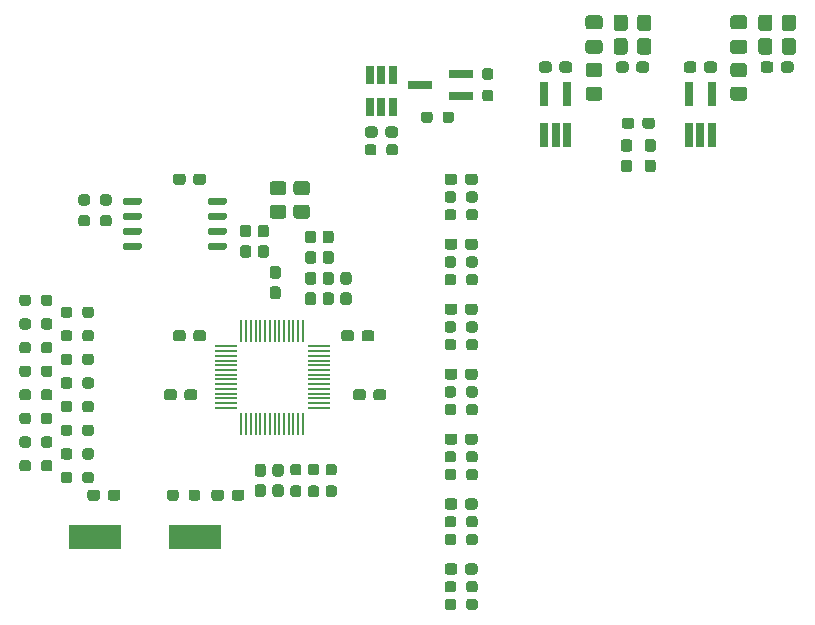
<source format=gbr>
%TF.GenerationSoftware,KiCad,Pcbnew,(5.1.9)-1*%
%TF.CreationDate,2021-08-09T23:15:38-02:30*%
%TF.ProjectId,Electris,456c6563-7472-4697-932e-6b696361645f,A*%
%TF.SameCoordinates,Original*%
%TF.FileFunction,Paste,Top*%
%TF.FilePolarity,Positive*%
%FSLAX46Y46*%
G04 Gerber Fmt 4.6, Leading zero omitted, Abs format (unit mm)*
G04 Created by KiCad (PCBNEW (5.1.9)-1) date 2021-08-09 23:15:38*
%MOMM*%
%LPD*%
G01*
G04 APERTURE LIST*
%ADD10R,0.650000X2.000000*%
%ADD11R,4.500000X2.000000*%
%ADD12R,1.875000X0.200000*%
%ADD13R,0.200000X1.875000*%
%ADD14R,2.000000X0.650000*%
%ADD15R,0.650000X1.560000*%
G04 APERTURE END LIST*
%TO.C,C1*%
G36*
G01*
X189737500Y-66150000D02*
X189262500Y-66150000D01*
G75*
G02*
X189025000Y-65912500I0J237500D01*
G01*
X189025000Y-65312500D01*
G75*
G02*
X189262500Y-65075000I237500J0D01*
G01*
X189737500Y-65075000D01*
G75*
G02*
X189975000Y-65312500I0J-237500D01*
G01*
X189975000Y-65912500D01*
G75*
G02*
X189737500Y-66150000I-237500J0D01*
G01*
G37*
G36*
G01*
X189737500Y-64425000D02*
X189262500Y-64425000D01*
G75*
G02*
X189025000Y-64187500I0J237500D01*
G01*
X189025000Y-63587500D01*
G75*
G02*
X189262500Y-63350000I237500J0D01*
G01*
X189737500Y-63350000D01*
G75*
G02*
X189975000Y-63587500I0J-237500D01*
G01*
X189975000Y-64187500D01*
G75*
G02*
X189737500Y-64425000I-237500J0D01*
G01*
G37*
%TD*%
%TO.C,C2*%
G36*
G01*
X181100000Y-85987500D02*
X181100000Y-85512500D01*
G75*
G02*
X181337500Y-85275000I237500J0D01*
G01*
X181937500Y-85275000D01*
G75*
G02*
X182175000Y-85512500I0J-237500D01*
G01*
X182175000Y-85987500D01*
G75*
G02*
X181937500Y-86225000I-237500J0D01*
G01*
X181337500Y-86225000D01*
G75*
G02*
X181100000Y-85987500I0J237500D01*
G01*
G37*
G36*
G01*
X182825000Y-85987500D02*
X182825000Y-85512500D01*
G75*
G02*
X183062500Y-85275000I237500J0D01*
G01*
X183662500Y-85275000D01*
G75*
G02*
X183900000Y-85512500I0J-237500D01*
G01*
X183900000Y-85987500D01*
G75*
G02*
X183662500Y-86225000I-237500J0D01*
G01*
X183062500Y-86225000D01*
G75*
G02*
X182825000Y-85987500I0J237500D01*
G01*
G37*
%TD*%
%TO.C,C3*%
G36*
G01*
X184237500Y-65650000D02*
X183762500Y-65650000D01*
G75*
G02*
X183525000Y-65412500I0J237500D01*
G01*
X183525000Y-64812500D01*
G75*
G02*
X183762500Y-64575000I237500J0D01*
G01*
X184237500Y-64575000D01*
G75*
G02*
X184475000Y-64812500I0J-237500D01*
G01*
X184475000Y-65412500D01*
G75*
G02*
X184237500Y-65650000I-237500J0D01*
G01*
G37*
G36*
G01*
X184237500Y-63925000D02*
X183762500Y-63925000D01*
G75*
G02*
X183525000Y-63687500I0J237500D01*
G01*
X183525000Y-63087500D01*
G75*
G02*
X183762500Y-62850000I237500J0D01*
G01*
X184237500Y-62850000D01*
G75*
G02*
X184475000Y-63087500I0J-237500D01*
G01*
X184475000Y-63687500D01*
G75*
G02*
X184237500Y-63925000I-237500J0D01*
G01*
G37*
%TD*%
%TO.C,C4*%
G36*
G01*
X170600000Y-85987500D02*
X170600000Y-85512500D01*
G75*
G02*
X170837500Y-85275000I237500J0D01*
G01*
X171437500Y-85275000D01*
G75*
G02*
X171675000Y-85512500I0J-237500D01*
G01*
X171675000Y-85987500D01*
G75*
G02*
X171437500Y-86225000I-237500J0D01*
G01*
X170837500Y-86225000D01*
G75*
G02*
X170600000Y-85987500I0J237500D01*
G01*
G37*
G36*
G01*
X172325000Y-85987500D02*
X172325000Y-85512500D01*
G75*
G02*
X172562500Y-85275000I237500J0D01*
G01*
X173162500Y-85275000D01*
G75*
G02*
X173400000Y-85512500I0J-237500D01*
G01*
X173400000Y-85987500D01*
G75*
G02*
X173162500Y-86225000I-237500J0D01*
G01*
X172562500Y-86225000D01*
G75*
G02*
X172325000Y-85987500I0J237500D01*
G01*
G37*
%TD*%
%TO.C,C5*%
G36*
G01*
X186512500Y-84825000D02*
X186987500Y-84825000D01*
G75*
G02*
X187225000Y-85062500I0J-237500D01*
G01*
X187225000Y-85662500D01*
G75*
G02*
X186987500Y-85900000I-237500J0D01*
G01*
X186512500Y-85900000D01*
G75*
G02*
X186275000Y-85662500I0J237500D01*
G01*
X186275000Y-85062500D01*
G75*
G02*
X186512500Y-84825000I237500J0D01*
G01*
G37*
G36*
G01*
X186512500Y-83100000D02*
X186987500Y-83100000D01*
G75*
G02*
X187225000Y-83337500I0J-237500D01*
G01*
X187225000Y-83937500D01*
G75*
G02*
X186987500Y-84175000I-237500J0D01*
G01*
X186512500Y-84175000D01*
G75*
G02*
X186275000Y-83937500I0J237500D01*
G01*
X186275000Y-83337500D01*
G75*
G02*
X186512500Y-83100000I237500J0D01*
G01*
G37*
%TD*%
%TO.C,C7*%
G36*
G01*
X191237500Y-64425000D02*
X190762500Y-64425000D01*
G75*
G02*
X190525000Y-64187500I0J237500D01*
G01*
X190525000Y-63587500D01*
G75*
G02*
X190762500Y-63350000I237500J0D01*
G01*
X191237500Y-63350000D01*
G75*
G02*
X191475000Y-63587500I0J-237500D01*
G01*
X191475000Y-64187500D01*
G75*
G02*
X191237500Y-64425000I-237500J0D01*
G01*
G37*
G36*
G01*
X191237500Y-66150000D02*
X190762500Y-66150000D01*
G75*
G02*
X190525000Y-65912500I0J237500D01*
G01*
X190525000Y-65312500D01*
G75*
G02*
X190762500Y-65075000I237500J0D01*
G01*
X191237500Y-65075000D01*
G75*
G02*
X191475000Y-65312500I0J-237500D01*
G01*
X191475000Y-65912500D01*
G75*
G02*
X191237500Y-66150000I-237500J0D01*
G01*
G37*
%TD*%
%TO.C,C8*%
G36*
G01*
X194825000Y-77487500D02*
X194825000Y-77012500D01*
G75*
G02*
X195062500Y-76775000I237500J0D01*
G01*
X195662500Y-76775000D01*
G75*
G02*
X195900000Y-77012500I0J-237500D01*
G01*
X195900000Y-77487500D01*
G75*
G02*
X195662500Y-77725000I-237500J0D01*
G01*
X195062500Y-77725000D01*
G75*
G02*
X194825000Y-77487500I0J237500D01*
G01*
G37*
G36*
G01*
X193100000Y-77487500D02*
X193100000Y-77012500D01*
G75*
G02*
X193337500Y-76775000I237500J0D01*
G01*
X193937500Y-76775000D01*
G75*
G02*
X194175000Y-77012500I0J-237500D01*
G01*
X194175000Y-77487500D01*
G75*
G02*
X193937500Y-77725000I-237500J0D01*
G01*
X193337500Y-77725000D01*
G75*
G02*
X193100000Y-77487500I0J237500D01*
G01*
G37*
%TD*%
%TO.C,C10*%
G36*
G01*
X192100000Y-72487500D02*
X192100000Y-72012500D01*
G75*
G02*
X192337500Y-71775000I237500J0D01*
G01*
X192937500Y-71775000D01*
G75*
G02*
X193175000Y-72012500I0J-237500D01*
G01*
X193175000Y-72487500D01*
G75*
G02*
X192937500Y-72725000I-237500J0D01*
G01*
X192337500Y-72725000D01*
G75*
G02*
X192100000Y-72487500I0J237500D01*
G01*
G37*
G36*
G01*
X193825000Y-72487500D02*
X193825000Y-72012500D01*
G75*
G02*
X194062500Y-71775000I237500J0D01*
G01*
X194662500Y-71775000D01*
G75*
G02*
X194900000Y-72012500I0J-237500D01*
G01*
X194900000Y-72487500D01*
G75*
G02*
X194662500Y-72725000I-237500J0D01*
G01*
X194062500Y-72725000D01*
G75*
G02*
X193825000Y-72487500I0J237500D01*
G01*
G37*
%TD*%
%TO.C,C11*%
G36*
G01*
X218012500Y-57325000D02*
X218487500Y-57325000D01*
G75*
G02*
X218725000Y-57562500I0J-237500D01*
G01*
X218725000Y-58162500D01*
G75*
G02*
X218487500Y-58400000I-237500J0D01*
G01*
X218012500Y-58400000D01*
G75*
G02*
X217775000Y-58162500I0J237500D01*
G01*
X217775000Y-57562500D01*
G75*
G02*
X218012500Y-57325000I237500J0D01*
G01*
G37*
G36*
G01*
X218012500Y-55600000D02*
X218487500Y-55600000D01*
G75*
G02*
X218725000Y-55837500I0J-237500D01*
G01*
X218725000Y-56437500D01*
G75*
G02*
X218487500Y-56675000I-237500J0D01*
G01*
X218012500Y-56675000D01*
G75*
G02*
X217775000Y-56437500I0J237500D01*
G01*
X217775000Y-55837500D01*
G75*
G02*
X218012500Y-55600000I237500J0D01*
G01*
G37*
%TD*%
%TO.C,C12*%
G36*
G01*
X185737500Y-63925000D02*
X185262500Y-63925000D01*
G75*
G02*
X185025000Y-63687500I0J237500D01*
G01*
X185025000Y-63087500D01*
G75*
G02*
X185262500Y-62850000I237500J0D01*
G01*
X185737500Y-62850000D01*
G75*
G02*
X185975000Y-63087500I0J-237500D01*
G01*
X185975000Y-63687500D01*
G75*
G02*
X185737500Y-63925000I-237500J0D01*
G01*
G37*
G36*
G01*
X185737500Y-65650000D02*
X185262500Y-65650000D01*
G75*
G02*
X185025000Y-65412500I0J237500D01*
G01*
X185025000Y-64812500D01*
G75*
G02*
X185262500Y-64575000I237500J0D01*
G01*
X185737500Y-64575000D01*
G75*
G02*
X185975000Y-64812500I0J-237500D01*
G01*
X185975000Y-65412500D01*
G75*
G02*
X185737500Y-65650000I-237500J0D01*
G01*
G37*
%TD*%
%TO.C,C13*%
G36*
G01*
X216012500Y-55600000D02*
X216487500Y-55600000D01*
G75*
G02*
X216725000Y-55837500I0J-237500D01*
G01*
X216725000Y-56437500D01*
G75*
G02*
X216487500Y-56675000I-237500J0D01*
G01*
X216012500Y-56675000D01*
G75*
G02*
X215775000Y-56437500I0J237500D01*
G01*
X215775000Y-55837500D01*
G75*
G02*
X216012500Y-55600000I237500J0D01*
G01*
G37*
G36*
G01*
X216012500Y-57325000D02*
X216487500Y-57325000D01*
G75*
G02*
X216725000Y-57562500I0J-237500D01*
G01*
X216725000Y-58162500D01*
G75*
G02*
X216487500Y-58400000I-237500J0D01*
G01*
X216012500Y-58400000D01*
G75*
G02*
X215775000Y-58162500I0J237500D01*
G01*
X215775000Y-57562500D01*
G75*
G02*
X216012500Y-57325000I237500J0D01*
G01*
G37*
%TD*%
%TO.C,C14*%
G36*
G01*
X186737500Y-69150000D02*
X186262500Y-69150000D01*
G75*
G02*
X186025000Y-68912500I0J237500D01*
G01*
X186025000Y-68312500D01*
G75*
G02*
X186262500Y-68075000I237500J0D01*
G01*
X186737500Y-68075000D01*
G75*
G02*
X186975000Y-68312500I0J-237500D01*
G01*
X186975000Y-68912500D01*
G75*
G02*
X186737500Y-69150000I-237500J0D01*
G01*
G37*
G36*
G01*
X186737500Y-67425000D02*
X186262500Y-67425000D01*
G75*
G02*
X186025000Y-67187500I0J237500D01*
G01*
X186025000Y-66587500D01*
G75*
G02*
X186262500Y-66350000I237500J0D01*
G01*
X186737500Y-66350000D01*
G75*
G02*
X186975000Y-66587500I0J-237500D01*
G01*
X186975000Y-67187500D01*
G75*
G02*
X186737500Y-67425000I-237500J0D01*
G01*
G37*
%TD*%
%TO.C,C15*%
G36*
G01*
X189737500Y-67925000D02*
X189262500Y-67925000D01*
G75*
G02*
X189025000Y-67687500I0J237500D01*
G01*
X189025000Y-67087500D01*
G75*
G02*
X189262500Y-66850000I237500J0D01*
G01*
X189737500Y-66850000D01*
G75*
G02*
X189975000Y-67087500I0J-237500D01*
G01*
X189975000Y-67687500D01*
G75*
G02*
X189737500Y-67925000I-237500J0D01*
G01*
G37*
G36*
G01*
X189737500Y-69650000D02*
X189262500Y-69650000D01*
G75*
G02*
X189025000Y-69412500I0J237500D01*
G01*
X189025000Y-68812500D01*
G75*
G02*
X189262500Y-68575000I237500J0D01*
G01*
X189737500Y-68575000D01*
G75*
G02*
X189975000Y-68812500I0J-237500D01*
G01*
X189975000Y-69412500D01*
G75*
G02*
X189737500Y-69650000I-237500J0D01*
G01*
G37*
%TD*%
%TO.C,C16*%
G36*
G01*
X191237500Y-69650000D02*
X190762500Y-69650000D01*
G75*
G02*
X190525000Y-69412500I0J237500D01*
G01*
X190525000Y-68812500D01*
G75*
G02*
X190762500Y-68575000I237500J0D01*
G01*
X191237500Y-68575000D01*
G75*
G02*
X191475000Y-68812500I0J-237500D01*
G01*
X191475000Y-69412500D01*
G75*
G02*
X191237500Y-69650000I-237500J0D01*
G01*
G37*
G36*
G01*
X191237500Y-67925000D02*
X190762500Y-67925000D01*
G75*
G02*
X190525000Y-67687500I0J237500D01*
G01*
X190525000Y-67087500D01*
G75*
G02*
X190762500Y-66850000I237500J0D01*
G01*
X191237500Y-66850000D01*
G75*
G02*
X191475000Y-67087500I0J-237500D01*
G01*
X191475000Y-67687500D01*
G75*
G02*
X191237500Y-67925000I-237500J0D01*
G01*
G37*
%TD*%
%TO.C,C17*%
G36*
G01*
X185012500Y-84825000D02*
X185487500Y-84825000D01*
G75*
G02*
X185725000Y-85062500I0J-237500D01*
G01*
X185725000Y-85662500D01*
G75*
G02*
X185487500Y-85900000I-237500J0D01*
G01*
X185012500Y-85900000D01*
G75*
G02*
X184775000Y-85662500I0J237500D01*
G01*
X184775000Y-85062500D01*
G75*
G02*
X185012500Y-84825000I237500J0D01*
G01*
G37*
G36*
G01*
X185012500Y-83100000D02*
X185487500Y-83100000D01*
G75*
G02*
X185725000Y-83337500I0J-237500D01*
G01*
X185725000Y-83937500D01*
G75*
G02*
X185487500Y-84175000I-237500J0D01*
G01*
X185012500Y-84175000D01*
G75*
G02*
X184775000Y-83937500I0J237500D01*
G01*
X184775000Y-83337500D01*
G75*
G02*
X185012500Y-83100000I237500J0D01*
G01*
G37*
%TD*%
%TO.C,C18*%
G36*
G01*
X210575000Y-49737500D02*
X210575000Y-49262500D01*
G75*
G02*
X210812500Y-49025000I237500J0D01*
G01*
X211412500Y-49025000D01*
G75*
G02*
X211650000Y-49262500I0J-237500D01*
G01*
X211650000Y-49737500D01*
G75*
G02*
X211412500Y-49975000I-237500J0D01*
G01*
X210812500Y-49975000D01*
G75*
G02*
X210575000Y-49737500I0J237500D01*
G01*
G37*
G36*
G01*
X208850000Y-49737500D02*
X208850000Y-49262500D01*
G75*
G02*
X209087500Y-49025000I237500J0D01*
G01*
X209687500Y-49025000D01*
G75*
G02*
X209925000Y-49262500I0J-237500D01*
G01*
X209925000Y-49737500D01*
G75*
G02*
X209687500Y-49975000I-237500J0D01*
G01*
X209087500Y-49975000D01*
G75*
G02*
X208850000Y-49737500I0J237500D01*
G01*
G37*
%TD*%
%TO.C,C19*%
G36*
G01*
X179900000Y-77012500D02*
X179900000Y-77487500D01*
G75*
G02*
X179662500Y-77725000I-237500J0D01*
G01*
X179062500Y-77725000D01*
G75*
G02*
X178825000Y-77487500I0J237500D01*
G01*
X178825000Y-77012500D01*
G75*
G02*
X179062500Y-76775000I237500J0D01*
G01*
X179662500Y-76775000D01*
G75*
G02*
X179900000Y-77012500I0J-237500D01*
G01*
G37*
G36*
G01*
X178175000Y-77012500D02*
X178175000Y-77487500D01*
G75*
G02*
X177937500Y-77725000I-237500J0D01*
G01*
X177337500Y-77725000D01*
G75*
G02*
X177100000Y-77487500I0J237500D01*
G01*
X177100000Y-77012500D01*
G75*
G02*
X177337500Y-76775000I237500J0D01*
G01*
X177937500Y-76775000D01*
G75*
G02*
X178175000Y-77012500I0J-237500D01*
G01*
G37*
%TD*%
%TO.C,C20*%
G36*
G01*
X221100000Y-49737500D02*
X221100000Y-49262500D01*
G75*
G02*
X221337500Y-49025000I237500J0D01*
G01*
X221937500Y-49025000D01*
G75*
G02*
X222175000Y-49262500I0J-237500D01*
G01*
X222175000Y-49737500D01*
G75*
G02*
X221937500Y-49975000I-237500J0D01*
G01*
X221337500Y-49975000D01*
G75*
G02*
X221100000Y-49737500I0J237500D01*
G01*
G37*
G36*
G01*
X222825000Y-49737500D02*
X222825000Y-49262500D01*
G75*
G02*
X223062500Y-49025000I237500J0D01*
G01*
X223662500Y-49025000D01*
G75*
G02*
X223900000Y-49262500I0J-237500D01*
G01*
X223900000Y-49737500D01*
G75*
G02*
X223662500Y-49975000I-237500J0D01*
G01*
X223062500Y-49975000D01*
G75*
G02*
X222825000Y-49737500I0J237500D01*
G01*
G37*
%TD*%
%TO.C,C21*%
G36*
G01*
X178925000Y-72012500D02*
X178925000Y-72487500D01*
G75*
G02*
X178687500Y-72725000I-237500J0D01*
G01*
X178087500Y-72725000D01*
G75*
G02*
X177850000Y-72487500I0J237500D01*
G01*
X177850000Y-72012500D01*
G75*
G02*
X178087500Y-71775000I237500J0D01*
G01*
X178687500Y-71775000D01*
G75*
G02*
X178925000Y-72012500I0J-237500D01*
G01*
G37*
G36*
G01*
X180650000Y-72012500D02*
X180650000Y-72487500D01*
G75*
G02*
X180412500Y-72725000I-237500J0D01*
G01*
X179812500Y-72725000D01*
G75*
G02*
X179575000Y-72487500I0J237500D01*
G01*
X179575000Y-72012500D01*
G75*
G02*
X179812500Y-71775000I237500J0D01*
G01*
X180412500Y-71775000D01*
G75*
G02*
X180650000Y-72012500I0J-237500D01*
G01*
G37*
%TD*%
%TO.C,C22*%
G36*
G01*
X215350000Y-49737500D02*
X215350000Y-49262500D01*
G75*
G02*
X215587500Y-49025000I237500J0D01*
G01*
X216187500Y-49025000D01*
G75*
G02*
X216425000Y-49262500I0J-237500D01*
G01*
X216425000Y-49737500D01*
G75*
G02*
X216187500Y-49975000I-237500J0D01*
G01*
X215587500Y-49975000D01*
G75*
G02*
X215350000Y-49737500I0J237500D01*
G01*
G37*
G36*
G01*
X217075000Y-49737500D02*
X217075000Y-49262500D01*
G75*
G02*
X217312500Y-49025000I237500J0D01*
G01*
X217912500Y-49025000D01*
G75*
G02*
X218150000Y-49262500I0J-237500D01*
G01*
X218150000Y-49737500D01*
G75*
G02*
X217912500Y-49975000I-237500J0D01*
G01*
X217312500Y-49975000D01*
G75*
G02*
X217075000Y-49737500I0J237500D01*
G01*
G37*
%TD*%
%TO.C,C23*%
G36*
G01*
X229325000Y-49737500D02*
X229325000Y-49262500D01*
G75*
G02*
X229562500Y-49025000I237500J0D01*
G01*
X230162500Y-49025000D01*
G75*
G02*
X230400000Y-49262500I0J-237500D01*
G01*
X230400000Y-49737500D01*
G75*
G02*
X230162500Y-49975000I-237500J0D01*
G01*
X229562500Y-49975000D01*
G75*
G02*
X229325000Y-49737500I0J237500D01*
G01*
G37*
G36*
G01*
X227600000Y-49737500D02*
X227600000Y-49262500D01*
G75*
G02*
X227837500Y-49025000I237500J0D01*
G01*
X228437500Y-49025000D01*
G75*
G02*
X228675000Y-49262500I0J-237500D01*
G01*
X228675000Y-49737500D01*
G75*
G02*
X228437500Y-49975000I-237500J0D01*
G01*
X227837500Y-49975000D01*
G75*
G02*
X227600000Y-49737500I0J237500D01*
G01*
G37*
%TD*%
%TO.C,C24*%
G36*
G01*
X192737500Y-69650000D02*
X192262500Y-69650000D01*
G75*
G02*
X192025000Y-69412500I0J237500D01*
G01*
X192025000Y-68812500D01*
G75*
G02*
X192262500Y-68575000I237500J0D01*
G01*
X192737500Y-68575000D01*
G75*
G02*
X192975000Y-68812500I0J-237500D01*
G01*
X192975000Y-69412500D01*
G75*
G02*
X192737500Y-69650000I-237500J0D01*
G01*
G37*
G36*
G01*
X192737500Y-67925000D02*
X192262500Y-67925000D01*
G75*
G02*
X192025000Y-67687500I0J237500D01*
G01*
X192025000Y-67087500D01*
G75*
G02*
X192262500Y-66850000I237500J0D01*
G01*
X192737500Y-66850000D01*
G75*
G02*
X192975000Y-67087500I0J-237500D01*
G01*
X192975000Y-67687500D01*
G75*
G02*
X192737500Y-67925000I-237500J0D01*
G01*
G37*
%TD*%
%TO.C,C25*%
G36*
G01*
X213025000Y-45125000D02*
X213975000Y-45125000D01*
G75*
G02*
X214225000Y-45375000I0J-250000D01*
G01*
X214225000Y-46050000D01*
G75*
G02*
X213975000Y-46300000I-250000J0D01*
G01*
X213025000Y-46300000D01*
G75*
G02*
X212775000Y-46050000I0J250000D01*
G01*
X212775000Y-45375000D01*
G75*
G02*
X213025000Y-45125000I250000J0D01*
G01*
G37*
G36*
G01*
X213025000Y-47200000D02*
X213975000Y-47200000D01*
G75*
G02*
X214225000Y-47450000I0J-250000D01*
G01*
X214225000Y-48125000D01*
G75*
G02*
X213975000Y-48375000I-250000J0D01*
G01*
X213025000Y-48375000D01*
G75*
G02*
X212775000Y-48125000I0J250000D01*
G01*
X212775000Y-47450000D01*
G75*
G02*
X213025000Y-47200000I250000J0D01*
G01*
G37*
%TD*%
%TO.C,C26*%
G36*
G01*
X225275000Y-47200000D02*
X226225000Y-47200000D01*
G75*
G02*
X226475000Y-47450000I0J-250000D01*
G01*
X226475000Y-48125000D01*
G75*
G02*
X226225000Y-48375000I-250000J0D01*
G01*
X225275000Y-48375000D01*
G75*
G02*
X225025000Y-48125000I0J250000D01*
G01*
X225025000Y-47450000D01*
G75*
G02*
X225275000Y-47200000I250000J0D01*
G01*
G37*
G36*
G01*
X225275000Y-45125000D02*
X226225000Y-45125000D01*
G75*
G02*
X226475000Y-45375000I0J-250000D01*
G01*
X226475000Y-46050000D01*
G75*
G02*
X226225000Y-46300000I-250000J0D01*
G01*
X225275000Y-46300000D01*
G75*
G02*
X225025000Y-46050000I0J250000D01*
G01*
X225025000Y-45375000D01*
G75*
G02*
X225275000Y-45125000I250000J0D01*
G01*
G37*
%TD*%
%TO.C,C27*%
G36*
G01*
X178925000Y-58762500D02*
X178925000Y-59237500D01*
G75*
G02*
X178687500Y-59475000I-237500J0D01*
G01*
X178087500Y-59475000D01*
G75*
G02*
X177850000Y-59237500I0J237500D01*
G01*
X177850000Y-58762500D01*
G75*
G02*
X178087500Y-58525000I237500J0D01*
G01*
X178687500Y-58525000D01*
G75*
G02*
X178925000Y-58762500I0J-237500D01*
G01*
G37*
G36*
G01*
X180650000Y-58762500D02*
X180650000Y-59237500D01*
G75*
G02*
X180412500Y-59475000I-237500J0D01*
G01*
X179812500Y-59475000D01*
G75*
G02*
X179575000Y-59237500I0J237500D01*
G01*
X179575000Y-58762500D01*
G75*
G02*
X179812500Y-58525000I237500J0D01*
G01*
X180412500Y-58525000D01*
G75*
G02*
X180650000Y-58762500I0J-237500D01*
G01*
G37*
%TD*%
%TO.C,C28*%
G36*
G01*
X201925000Y-91762500D02*
X201925000Y-92237500D01*
G75*
G02*
X201687500Y-92475000I-237500J0D01*
G01*
X201087500Y-92475000D01*
G75*
G02*
X200850000Y-92237500I0J237500D01*
G01*
X200850000Y-91762500D01*
G75*
G02*
X201087500Y-91525000I237500J0D01*
G01*
X201687500Y-91525000D01*
G75*
G02*
X201925000Y-91762500I0J-237500D01*
G01*
G37*
G36*
G01*
X203650000Y-91762500D02*
X203650000Y-92237500D01*
G75*
G02*
X203412500Y-92475000I-237500J0D01*
G01*
X202812500Y-92475000D01*
G75*
G02*
X202575000Y-92237500I0J237500D01*
G01*
X202575000Y-91762500D01*
G75*
G02*
X202812500Y-91525000I237500J0D01*
G01*
X203412500Y-91525000D01*
G75*
G02*
X203650000Y-91762500I0J-237500D01*
G01*
G37*
%TD*%
%TO.C,C29*%
G36*
G01*
X201925000Y-86262500D02*
X201925000Y-86737500D01*
G75*
G02*
X201687500Y-86975000I-237500J0D01*
G01*
X201087500Y-86975000D01*
G75*
G02*
X200850000Y-86737500I0J237500D01*
G01*
X200850000Y-86262500D01*
G75*
G02*
X201087500Y-86025000I237500J0D01*
G01*
X201687500Y-86025000D01*
G75*
G02*
X201925000Y-86262500I0J-237500D01*
G01*
G37*
G36*
G01*
X203650000Y-86262500D02*
X203650000Y-86737500D01*
G75*
G02*
X203412500Y-86975000I-237500J0D01*
G01*
X202812500Y-86975000D01*
G75*
G02*
X202575000Y-86737500I0J237500D01*
G01*
X202575000Y-86262500D01*
G75*
G02*
X202812500Y-86025000I237500J0D01*
G01*
X203412500Y-86025000D01*
G75*
G02*
X203650000Y-86262500I0J-237500D01*
G01*
G37*
%TD*%
%TO.C,C30*%
G36*
G01*
X203650000Y-80762500D02*
X203650000Y-81237500D01*
G75*
G02*
X203412500Y-81475000I-237500J0D01*
G01*
X202812500Y-81475000D01*
G75*
G02*
X202575000Y-81237500I0J237500D01*
G01*
X202575000Y-80762500D01*
G75*
G02*
X202812500Y-80525000I237500J0D01*
G01*
X203412500Y-80525000D01*
G75*
G02*
X203650000Y-80762500I0J-237500D01*
G01*
G37*
G36*
G01*
X201925000Y-80762500D02*
X201925000Y-81237500D01*
G75*
G02*
X201687500Y-81475000I-237500J0D01*
G01*
X201087500Y-81475000D01*
G75*
G02*
X200850000Y-81237500I0J237500D01*
G01*
X200850000Y-80762500D01*
G75*
G02*
X201087500Y-80525000I237500J0D01*
G01*
X201687500Y-80525000D01*
G75*
G02*
X201925000Y-80762500I0J-237500D01*
G01*
G37*
%TD*%
%TO.C,C31*%
G36*
G01*
X201925000Y-75262500D02*
X201925000Y-75737500D01*
G75*
G02*
X201687500Y-75975000I-237500J0D01*
G01*
X201087500Y-75975000D01*
G75*
G02*
X200850000Y-75737500I0J237500D01*
G01*
X200850000Y-75262500D01*
G75*
G02*
X201087500Y-75025000I237500J0D01*
G01*
X201687500Y-75025000D01*
G75*
G02*
X201925000Y-75262500I0J-237500D01*
G01*
G37*
G36*
G01*
X203650000Y-75262500D02*
X203650000Y-75737500D01*
G75*
G02*
X203412500Y-75975000I-237500J0D01*
G01*
X202812500Y-75975000D01*
G75*
G02*
X202575000Y-75737500I0J237500D01*
G01*
X202575000Y-75262500D01*
G75*
G02*
X202812500Y-75025000I237500J0D01*
G01*
X203412500Y-75025000D01*
G75*
G02*
X203650000Y-75262500I0J-237500D01*
G01*
G37*
%TD*%
%TO.C,C32*%
G36*
G01*
X203650000Y-69762500D02*
X203650000Y-70237500D01*
G75*
G02*
X203412500Y-70475000I-237500J0D01*
G01*
X202812500Y-70475000D01*
G75*
G02*
X202575000Y-70237500I0J237500D01*
G01*
X202575000Y-69762500D01*
G75*
G02*
X202812500Y-69525000I237500J0D01*
G01*
X203412500Y-69525000D01*
G75*
G02*
X203650000Y-69762500I0J-237500D01*
G01*
G37*
G36*
G01*
X201925000Y-69762500D02*
X201925000Y-70237500D01*
G75*
G02*
X201687500Y-70475000I-237500J0D01*
G01*
X201087500Y-70475000D01*
G75*
G02*
X200850000Y-70237500I0J237500D01*
G01*
X200850000Y-69762500D01*
G75*
G02*
X201087500Y-69525000I237500J0D01*
G01*
X201687500Y-69525000D01*
G75*
G02*
X201925000Y-69762500I0J-237500D01*
G01*
G37*
%TD*%
%TO.C,C33*%
G36*
G01*
X201925000Y-64262500D02*
X201925000Y-64737500D01*
G75*
G02*
X201687500Y-64975000I-237500J0D01*
G01*
X201087500Y-64975000D01*
G75*
G02*
X200850000Y-64737500I0J237500D01*
G01*
X200850000Y-64262500D01*
G75*
G02*
X201087500Y-64025000I237500J0D01*
G01*
X201687500Y-64025000D01*
G75*
G02*
X201925000Y-64262500I0J-237500D01*
G01*
G37*
G36*
G01*
X203650000Y-64262500D02*
X203650000Y-64737500D01*
G75*
G02*
X203412500Y-64975000I-237500J0D01*
G01*
X202812500Y-64975000D01*
G75*
G02*
X202575000Y-64737500I0J237500D01*
G01*
X202575000Y-64262500D01*
G75*
G02*
X202812500Y-64025000I237500J0D01*
G01*
X203412500Y-64025000D01*
G75*
G02*
X203650000Y-64262500I0J-237500D01*
G01*
G37*
%TD*%
%TO.C,C34*%
G36*
G01*
X203650000Y-58762500D02*
X203650000Y-59237500D01*
G75*
G02*
X203412500Y-59475000I-237500J0D01*
G01*
X202812500Y-59475000D01*
G75*
G02*
X202575000Y-59237500I0J237500D01*
G01*
X202575000Y-58762500D01*
G75*
G02*
X202812500Y-58525000I237500J0D01*
G01*
X203412500Y-58525000D01*
G75*
G02*
X203650000Y-58762500I0J-237500D01*
G01*
G37*
G36*
G01*
X201925000Y-58762500D02*
X201925000Y-59237500D01*
G75*
G02*
X201687500Y-59475000I-237500J0D01*
G01*
X201087500Y-59475000D01*
G75*
G02*
X200850000Y-59237500I0J237500D01*
G01*
X200850000Y-58762500D01*
G75*
G02*
X201087500Y-58525000I237500J0D01*
G01*
X201687500Y-58525000D01*
G75*
G02*
X201925000Y-58762500I0J-237500D01*
G01*
G37*
%TD*%
%TO.C,FB1*%
G36*
G01*
X215850000Y-54487500D02*
X215850000Y-54012500D01*
G75*
G02*
X216087500Y-53775000I237500J0D01*
G01*
X216662500Y-53775000D01*
G75*
G02*
X216900000Y-54012500I0J-237500D01*
G01*
X216900000Y-54487500D01*
G75*
G02*
X216662500Y-54725000I-237500J0D01*
G01*
X216087500Y-54725000D01*
G75*
G02*
X215850000Y-54487500I0J237500D01*
G01*
G37*
G36*
G01*
X217600000Y-54487500D02*
X217600000Y-54012500D01*
G75*
G02*
X217837500Y-53775000I237500J0D01*
G01*
X218412500Y-53775000D01*
G75*
G02*
X218650000Y-54012500I0J-237500D01*
G01*
X218650000Y-54487500D01*
G75*
G02*
X218412500Y-54725000I-237500J0D01*
G01*
X217837500Y-54725000D01*
G75*
G02*
X217600000Y-54487500I0J237500D01*
G01*
G37*
%TD*%
%TO.C,R1*%
G36*
G01*
X177350000Y-85987500D02*
X177350000Y-85512500D01*
G75*
G02*
X177587500Y-85275000I237500J0D01*
G01*
X178087500Y-85275000D01*
G75*
G02*
X178325000Y-85512500I0J-237500D01*
G01*
X178325000Y-85987500D01*
G75*
G02*
X178087500Y-86225000I-237500J0D01*
G01*
X177587500Y-86225000D01*
G75*
G02*
X177350000Y-85987500I0J237500D01*
G01*
G37*
G36*
G01*
X179175000Y-85987500D02*
X179175000Y-85512500D01*
G75*
G02*
X179412500Y-85275000I237500J0D01*
G01*
X179912500Y-85275000D01*
G75*
G02*
X180150000Y-85512500I0J-237500D01*
G01*
X180150000Y-85987500D01*
G75*
G02*
X179912500Y-86225000I-237500J0D01*
G01*
X179412500Y-86225000D01*
G75*
G02*
X179175000Y-85987500I0J237500D01*
G01*
G37*
%TD*%
%TO.C,R2*%
G36*
G01*
X187200001Y-62350000D02*
X186299999Y-62350000D01*
G75*
G02*
X186050000Y-62100001I0J249999D01*
G01*
X186050000Y-61399999D01*
G75*
G02*
X186299999Y-61150000I249999J0D01*
G01*
X187200001Y-61150000D01*
G75*
G02*
X187450000Y-61399999I0J-249999D01*
G01*
X187450000Y-62100001D01*
G75*
G02*
X187200001Y-62350000I-249999J0D01*
G01*
G37*
G36*
G01*
X187200001Y-60350000D02*
X186299999Y-60350000D01*
G75*
G02*
X186050000Y-60100001I0J249999D01*
G01*
X186050000Y-59399999D01*
G75*
G02*
X186299999Y-59150000I249999J0D01*
G01*
X187200001Y-59150000D01*
G75*
G02*
X187450000Y-59399999I0J-249999D01*
G01*
X187450000Y-60100001D01*
G75*
G02*
X187200001Y-60350000I-249999J0D01*
G01*
G37*
%TD*%
%TO.C,R3*%
G36*
G01*
X189200001Y-60350000D02*
X188299999Y-60350000D01*
G75*
G02*
X188050000Y-60100001I0J249999D01*
G01*
X188050000Y-59399999D01*
G75*
G02*
X188299999Y-59150000I249999J0D01*
G01*
X189200001Y-59150000D01*
G75*
G02*
X189450000Y-59399999I0J-249999D01*
G01*
X189450000Y-60100001D01*
G75*
G02*
X189200001Y-60350000I-249999J0D01*
G01*
G37*
G36*
G01*
X189200001Y-62350000D02*
X188299999Y-62350000D01*
G75*
G02*
X188050000Y-62100001I0J249999D01*
G01*
X188050000Y-61399999D01*
G75*
G02*
X188299999Y-61150000I249999J0D01*
G01*
X189200001Y-61150000D01*
G75*
G02*
X189450000Y-61399999I0J-249999D01*
G01*
X189450000Y-62100001D01*
G75*
G02*
X189200001Y-62350000I-249999J0D01*
G01*
G37*
%TD*%
%TO.C,R4*%
G36*
G01*
X189987500Y-84075000D02*
X189512500Y-84075000D01*
G75*
G02*
X189275000Y-83837500I0J237500D01*
G01*
X189275000Y-83337500D01*
G75*
G02*
X189512500Y-83100000I237500J0D01*
G01*
X189987500Y-83100000D01*
G75*
G02*
X190225000Y-83337500I0J-237500D01*
G01*
X190225000Y-83837500D01*
G75*
G02*
X189987500Y-84075000I-237500J0D01*
G01*
G37*
G36*
G01*
X189987500Y-85900000D02*
X189512500Y-85900000D01*
G75*
G02*
X189275000Y-85662500I0J237500D01*
G01*
X189275000Y-85162500D01*
G75*
G02*
X189512500Y-84925000I237500J0D01*
G01*
X189987500Y-84925000D01*
G75*
G02*
X190225000Y-85162500I0J-237500D01*
G01*
X190225000Y-85662500D01*
G75*
G02*
X189987500Y-85900000I-237500J0D01*
G01*
G37*
%TD*%
%TO.C,R5*%
G36*
G01*
X191487500Y-85900000D02*
X191012500Y-85900000D01*
G75*
G02*
X190775000Y-85662500I0J237500D01*
G01*
X190775000Y-85162500D01*
G75*
G02*
X191012500Y-84925000I237500J0D01*
G01*
X191487500Y-84925000D01*
G75*
G02*
X191725000Y-85162500I0J-237500D01*
G01*
X191725000Y-85662500D01*
G75*
G02*
X191487500Y-85900000I-237500J0D01*
G01*
G37*
G36*
G01*
X191487500Y-84075000D02*
X191012500Y-84075000D01*
G75*
G02*
X190775000Y-83837500I0J237500D01*
G01*
X190775000Y-83337500D01*
G75*
G02*
X191012500Y-83100000I237500J0D01*
G01*
X191487500Y-83100000D01*
G75*
G02*
X191725000Y-83337500I0J-237500D01*
G01*
X191725000Y-83837500D01*
G75*
G02*
X191487500Y-84075000I-237500J0D01*
G01*
G37*
%TD*%
%TO.C,R6*%
G36*
G01*
X213049999Y-51150000D02*
X213950001Y-51150000D01*
G75*
G02*
X214200000Y-51399999I0J-249999D01*
G01*
X214200000Y-52100001D01*
G75*
G02*
X213950001Y-52350000I-249999J0D01*
G01*
X213049999Y-52350000D01*
G75*
G02*
X212800000Y-52100001I0J249999D01*
G01*
X212800000Y-51399999D01*
G75*
G02*
X213049999Y-51150000I249999J0D01*
G01*
G37*
G36*
G01*
X213049999Y-49150000D02*
X213950001Y-49150000D01*
G75*
G02*
X214200000Y-49399999I0J-249999D01*
G01*
X214200000Y-50100001D01*
G75*
G02*
X213950001Y-50350000I-249999J0D01*
G01*
X213049999Y-50350000D01*
G75*
G02*
X212800000Y-50100001I0J249999D01*
G01*
X212800000Y-49399999D01*
G75*
G02*
X213049999Y-49150000I249999J0D01*
G01*
G37*
%TD*%
%TO.C,R7*%
G36*
G01*
X225299999Y-49150000D02*
X226200001Y-49150000D01*
G75*
G02*
X226450000Y-49399999I0J-249999D01*
G01*
X226450000Y-50100001D01*
G75*
G02*
X226200001Y-50350000I-249999J0D01*
G01*
X225299999Y-50350000D01*
G75*
G02*
X225050000Y-50100001I0J249999D01*
G01*
X225050000Y-49399999D01*
G75*
G02*
X225299999Y-49150000I249999J0D01*
G01*
G37*
G36*
G01*
X225299999Y-51150000D02*
X226200001Y-51150000D01*
G75*
G02*
X226450000Y-51399999I0J-249999D01*
G01*
X226450000Y-52100001D01*
G75*
G02*
X226200001Y-52350000I-249999J0D01*
G01*
X225299999Y-52350000D01*
G75*
G02*
X225050000Y-52100001I0J249999D01*
G01*
X225050000Y-51399999D01*
G75*
G02*
X225299999Y-51150000I249999J0D01*
G01*
G37*
%TD*%
%TO.C,R8*%
G36*
G01*
X172650000Y-62262500D02*
X172650000Y-62737500D01*
G75*
G02*
X172412500Y-62975000I-237500J0D01*
G01*
X171912500Y-62975000D01*
G75*
G02*
X171675000Y-62737500I0J237500D01*
G01*
X171675000Y-62262500D01*
G75*
G02*
X171912500Y-62025000I237500J0D01*
G01*
X172412500Y-62025000D01*
G75*
G02*
X172650000Y-62262500I0J-237500D01*
G01*
G37*
G36*
G01*
X170825000Y-62262500D02*
X170825000Y-62737500D01*
G75*
G02*
X170587500Y-62975000I-237500J0D01*
G01*
X170087500Y-62975000D01*
G75*
G02*
X169850000Y-62737500I0J237500D01*
G01*
X169850000Y-62262500D01*
G75*
G02*
X170087500Y-62025000I237500J0D01*
G01*
X170587500Y-62025000D01*
G75*
G02*
X170825000Y-62262500I0J-237500D01*
G01*
G37*
%TD*%
%TO.C,R9*%
G36*
G01*
X215150000Y-48200001D02*
X215150000Y-47299999D01*
G75*
G02*
X215399999Y-47050000I249999J0D01*
G01*
X216100001Y-47050000D01*
G75*
G02*
X216350000Y-47299999I0J-249999D01*
G01*
X216350000Y-48200001D01*
G75*
G02*
X216100001Y-48450000I-249999J0D01*
G01*
X215399999Y-48450000D01*
G75*
G02*
X215150000Y-48200001I0J249999D01*
G01*
G37*
G36*
G01*
X217150000Y-48200001D02*
X217150000Y-47299999D01*
G75*
G02*
X217399999Y-47050000I249999J0D01*
G01*
X218100001Y-47050000D01*
G75*
G02*
X218350000Y-47299999I0J-249999D01*
G01*
X218350000Y-48200001D01*
G75*
G02*
X218100001Y-48450000I-249999J0D01*
G01*
X217399999Y-48450000D01*
G75*
G02*
X217150000Y-48200001I0J249999D01*
G01*
G37*
%TD*%
%TO.C,R10*%
G36*
G01*
X229400000Y-48200001D02*
X229400000Y-47299999D01*
G75*
G02*
X229649999Y-47050000I249999J0D01*
G01*
X230350001Y-47050000D01*
G75*
G02*
X230600000Y-47299999I0J-249999D01*
G01*
X230600000Y-48200001D01*
G75*
G02*
X230350001Y-48450000I-249999J0D01*
G01*
X229649999Y-48450000D01*
G75*
G02*
X229400000Y-48200001I0J249999D01*
G01*
G37*
G36*
G01*
X227400000Y-48200001D02*
X227400000Y-47299999D01*
G75*
G02*
X227649999Y-47050000I249999J0D01*
G01*
X228350001Y-47050000D01*
G75*
G02*
X228600000Y-47299999I0J-249999D01*
G01*
X228600000Y-48200001D01*
G75*
G02*
X228350001Y-48450000I-249999J0D01*
G01*
X227649999Y-48450000D01*
G75*
G02*
X227400000Y-48200001I0J249999D01*
G01*
G37*
%TD*%
%TO.C,R11*%
G36*
G01*
X171675000Y-60987500D02*
X171675000Y-60512500D01*
G75*
G02*
X171912500Y-60275000I237500J0D01*
G01*
X172412500Y-60275000D01*
G75*
G02*
X172650000Y-60512500I0J-237500D01*
G01*
X172650000Y-60987500D01*
G75*
G02*
X172412500Y-61225000I-237500J0D01*
G01*
X171912500Y-61225000D01*
G75*
G02*
X171675000Y-60987500I0J237500D01*
G01*
G37*
G36*
G01*
X169850000Y-60987500D02*
X169850000Y-60512500D01*
G75*
G02*
X170087500Y-60275000I237500J0D01*
G01*
X170587500Y-60275000D01*
G75*
G02*
X170825000Y-60512500I0J-237500D01*
G01*
X170825000Y-60987500D01*
G75*
G02*
X170587500Y-61225000I-237500J0D01*
G01*
X170087500Y-61225000D01*
G75*
G02*
X169850000Y-60987500I0J237500D01*
G01*
G37*
%TD*%
%TO.C,R12*%
G36*
G01*
X217150000Y-46200001D02*
X217150000Y-45299999D01*
G75*
G02*
X217399999Y-45050000I249999J0D01*
G01*
X218100001Y-45050000D01*
G75*
G02*
X218350000Y-45299999I0J-249999D01*
G01*
X218350000Y-46200001D01*
G75*
G02*
X218100001Y-46450000I-249999J0D01*
G01*
X217399999Y-46450000D01*
G75*
G02*
X217150000Y-46200001I0J249999D01*
G01*
G37*
G36*
G01*
X215150000Y-46200001D02*
X215150000Y-45299999D01*
G75*
G02*
X215399999Y-45050000I249999J0D01*
G01*
X216100001Y-45050000D01*
G75*
G02*
X216350000Y-45299999I0J-249999D01*
G01*
X216350000Y-46200001D01*
G75*
G02*
X216100001Y-46450000I-249999J0D01*
G01*
X215399999Y-46450000D01*
G75*
G02*
X215150000Y-46200001I0J249999D01*
G01*
G37*
%TD*%
%TO.C,R13*%
G36*
G01*
X227400000Y-46200001D02*
X227400000Y-45299999D01*
G75*
G02*
X227649999Y-45050000I249999J0D01*
G01*
X228350001Y-45050000D01*
G75*
G02*
X228600000Y-45299999I0J-249999D01*
G01*
X228600000Y-46200001D01*
G75*
G02*
X228350001Y-46450000I-249999J0D01*
G01*
X227649999Y-46450000D01*
G75*
G02*
X227400000Y-46200001I0J249999D01*
G01*
G37*
G36*
G01*
X229400000Y-46200001D02*
X229400000Y-45299999D01*
G75*
G02*
X229649999Y-45050000I249999J0D01*
G01*
X230350001Y-45050000D01*
G75*
G02*
X230600000Y-45299999I0J-249999D01*
G01*
X230600000Y-46200001D01*
G75*
G02*
X230350001Y-46450000I-249999J0D01*
G01*
X229649999Y-46450000D01*
G75*
G02*
X229400000Y-46200001I0J249999D01*
G01*
G37*
%TD*%
%TO.C,R14*%
G36*
G01*
X164850000Y-69487500D02*
X164850000Y-69012500D01*
G75*
G02*
X165087500Y-68775000I237500J0D01*
G01*
X165587500Y-68775000D01*
G75*
G02*
X165825000Y-69012500I0J-237500D01*
G01*
X165825000Y-69487500D01*
G75*
G02*
X165587500Y-69725000I-237500J0D01*
G01*
X165087500Y-69725000D01*
G75*
G02*
X164850000Y-69487500I0J237500D01*
G01*
G37*
G36*
G01*
X166675000Y-69487500D02*
X166675000Y-69012500D01*
G75*
G02*
X166912500Y-68775000I237500J0D01*
G01*
X167412500Y-68775000D01*
G75*
G02*
X167650000Y-69012500I0J-237500D01*
G01*
X167650000Y-69487500D01*
G75*
G02*
X167412500Y-69725000I-237500J0D01*
G01*
X166912500Y-69725000D01*
G75*
G02*
X166675000Y-69487500I0J237500D01*
G01*
G37*
%TD*%
%TO.C,R15*%
G36*
G01*
X168350000Y-70487500D02*
X168350000Y-70012500D01*
G75*
G02*
X168587500Y-69775000I237500J0D01*
G01*
X169087500Y-69775000D01*
G75*
G02*
X169325000Y-70012500I0J-237500D01*
G01*
X169325000Y-70487500D01*
G75*
G02*
X169087500Y-70725000I-237500J0D01*
G01*
X168587500Y-70725000D01*
G75*
G02*
X168350000Y-70487500I0J237500D01*
G01*
G37*
G36*
G01*
X170175000Y-70487500D02*
X170175000Y-70012500D01*
G75*
G02*
X170412500Y-69775000I237500J0D01*
G01*
X170912500Y-69775000D01*
G75*
G02*
X171150000Y-70012500I0J-237500D01*
G01*
X171150000Y-70487500D01*
G75*
G02*
X170912500Y-70725000I-237500J0D01*
G01*
X170412500Y-70725000D01*
G75*
G02*
X170175000Y-70487500I0J237500D01*
G01*
G37*
%TD*%
%TO.C,R16*%
G36*
G01*
X166675000Y-71487500D02*
X166675000Y-71012500D01*
G75*
G02*
X166912500Y-70775000I237500J0D01*
G01*
X167412500Y-70775000D01*
G75*
G02*
X167650000Y-71012500I0J-237500D01*
G01*
X167650000Y-71487500D01*
G75*
G02*
X167412500Y-71725000I-237500J0D01*
G01*
X166912500Y-71725000D01*
G75*
G02*
X166675000Y-71487500I0J237500D01*
G01*
G37*
G36*
G01*
X164850000Y-71487500D02*
X164850000Y-71012500D01*
G75*
G02*
X165087500Y-70775000I237500J0D01*
G01*
X165587500Y-70775000D01*
G75*
G02*
X165825000Y-71012500I0J-237500D01*
G01*
X165825000Y-71487500D01*
G75*
G02*
X165587500Y-71725000I-237500J0D01*
G01*
X165087500Y-71725000D01*
G75*
G02*
X164850000Y-71487500I0J237500D01*
G01*
G37*
%TD*%
%TO.C,R17*%
G36*
G01*
X168350000Y-72487500D02*
X168350000Y-72012500D01*
G75*
G02*
X168587500Y-71775000I237500J0D01*
G01*
X169087500Y-71775000D01*
G75*
G02*
X169325000Y-72012500I0J-237500D01*
G01*
X169325000Y-72487500D01*
G75*
G02*
X169087500Y-72725000I-237500J0D01*
G01*
X168587500Y-72725000D01*
G75*
G02*
X168350000Y-72487500I0J237500D01*
G01*
G37*
G36*
G01*
X170175000Y-72487500D02*
X170175000Y-72012500D01*
G75*
G02*
X170412500Y-71775000I237500J0D01*
G01*
X170912500Y-71775000D01*
G75*
G02*
X171150000Y-72012500I0J-237500D01*
G01*
X171150000Y-72487500D01*
G75*
G02*
X170912500Y-72725000I-237500J0D01*
G01*
X170412500Y-72725000D01*
G75*
G02*
X170175000Y-72487500I0J237500D01*
G01*
G37*
%TD*%
%TO.C,R18*%
G36*
G01*
X166675000Y-73487500D02*
X166675000Y-73012500D01*
G75*
G02*
X166912500Y-72775000I237500J0D01*
G01*
X167412500Y-72775000D01*
G75*
G02*
X167650000Y-73012500I0J-237500D01*
G01*
X167650000Y-73487500D01*
G75*
G02*
X167412500Y-73725000I-237500J0D01*
G01*
X166912500Y-73725000D01*
G75*
G02*
X166675000Y-73487500I0J237500D01*
G01*
G37*
G36*
G01*
X164850000Y-73487500D02*
X164850000Y-73012500D01*
G75*
G02*
X165087500Y-72775000I237500J0D01*
G01*
X165587500Y-72775000D01*
G75*
G02*
X165825000Y-73012500I0J-237500D01*
G01*
X165825000Y-73487500D01*
G75*
G02*
X165587500Y-73725000I-237500J0D01*
G01*
X165087500Y-73725000D01*
G75*
G02*
X164850000Y-73487500I0J237500D01*
G01*
G37*
%TD*%
%TO.C,R19*%
G36*
G01*
X168350000Y-74487500D02*
X168350000Y-74012500D01*
G75*
G02*
X168587500Y-73775000I237500J0D01*
G01*
X169087500Y-73775000D01*
G75*
G02*
X169325000Y-74012500I0J-237500D01*
G01*
X169325000Y-74487500D01*
G75*
G02*
X169087500Y-74725000I-237500J0D01*
G01*
X168587500Y-74725000D01*
G75*
G02*
X168350000Y-74487500I0J237500D01*
G01*
G37*
G36*
G01*
X170175000Y-74487500D02*
X170175000Y-74012500D01*
G75*
G02*
X170412500Y-73775000I237500J0D01*
G01*
X170912500Y-73775000D01*
G75*
G02*
X171150000Y-74012500I0J-237500D01*
G01*
X171150000Y-74487500D01*
G75*
G02*
X170912500Y-74725000I-237500J0D01*
G01*
X170412500Y-74725000D01*
G75*
G02*
X170175000Y-74487500I0J237500D01*
G01*
G37*
%TD*%
%TO.C,R20*%
G36*
G01*
X166675000Y-75487500D02*
X166675000Y-75012500D01*
G75*
G02*
X166912500Y-74775000I237500J0D01*
G01*
X167412500Y-74775000D01*
G75*
G02*
X167650000Y-75012500I0J-237500D01*
G01*
X167650000Y-75487500D01*
G75*
G02*
X167412500Y-75725000I-237500J0D01*
G01*
X166912500Y-75725000D01*
G75*
G02*
X166675000Y-75487500I0J237500D01*
G01*
G37*
G36*
G01*
X164850000Y-75487500D02*
X164850000Y-75012500D01*
G75*
G02*
X165087500Y-74775000I237500J0D01*
G01*
X165587500Y-74775000D01*
G75*
G02*
X165825000Y-75012500I0J-237500D01*
G01*
X165825000Y-75487500D01*
G75*
G02*
X165587500Y-75725000I-237500J0D01*
G01*
X165087500Y-75725000D01*
G75*
G02*
X164850000Y-75487500I0J237500D01*
G01*
G37*
%TD*%
%TO.C,R21*%
G36*
G01*
X168350000Y-76487500D02*
X168350000Y-76012500D01*
G75*
G02*
X168587500Y-75775000I237500J0D01*
G01*
X169087500Y-75775000D01*
G75*
G02*
X169325000Y-76012500I0J-237500D01*
G01*
X169325000Y-76487500D01*
G75*
G02*
X169087500Y-76725000I-237500J0D01*
G01*
X168587500Y-76725000D01*
G75*
G02*
X168350000Y-76487500I0J237500D01*
G01*
G37*
G36*
G01*
X170175000Y-76487500D02*
X170175000Y-76012500D01*
G75*
G02*
X170412500Y-75775000I237500J0D01*
G01*
X170912500Y-75775000D01*
G75*
G02*
X171150000Y-76012500I0J-237500D01*
G01*
X171150000Y-76487500D01*
G75*
G02*
X170912500Y-76725000I-237500J0D01*
G01*
X170412500Y-76725000D01*
G75*
G02*
X170175000Y-76487500I0J237500D01*
G01*
G37*
%TD*%
%TO.C,R22*%
G36*
G01*
X166675000Y-77487500D02*
X166675000Y-77012500D01*
G75*
G02*
X166912500Y-76775000I237500J0D01*
G01*
X167412500Y-76775000D01*
G75*
G02*
X167650000Y-77012500I0J-237500D01*
G01*
X167650000Y-77487500D01*
G75*
G02*
X167412500Y-77725000I-237500J0D01*
G01*
X166912500Y-77725000D01*
G75*
G02*
X166675000Y-77487500I0J237500D01*
G01*
G37*
G36*
G01*
X164850000Y-77487500D02*
X164850000Y-77012500D01*
G75*
G02*
X165087500Y-76775000I237500J0D01*
G01*
X165587500Y-76775000D01*
G75*
G02*
X165825000Y-77012500I0J-237500D01*
G01*
X165825000Y-77487500D01*
G75*
G02*
X165587500Y-77725000I-237500J0D01*
G01*
X165087500Y-77725000D01*
G75*
G02*
X164850000Y-77487500I0J237500D01*
G01*
G37*
%TD*%
%TO.C,R23*%
G36*
G01*
X168350000Y-78487500D02*
X168350000Y-78012500D01*
G75*
G02*
X168587500Y-77775000I237500J0D01*
G01*
X169087500Y-77775000D01*
G75*
G02*
X169325000Y-78012500I0J-237500D01*
G01*
X169325000Y-78487500D01*
G75*
G02*
X169087500Y-78725000I-237500J0D01*
G01*
X168587500Y-78725000D01*
G75*
G02*
X168350000Y-78487500I0J237500D01*
G01*
G37*
G36*
G01*
X170175000Y-78487500D02*
X170175000Y-78012500D01*
G75*
G02*
X170412500Y-77775000I237500J0D01*
G01*
X170912500Y-77775000D01*
G75*
G02*
X171150000Y-78012500I0J-237500D01*
G01*
X171150000Y-78487500D01*
G75*
G02*
X170912500Y-78725000I-237500J0D01*
G01*
X170412500Y-78725000D01*
G75*
G02*
X170175000Y-78487500I0J237500D01*
G01*
G37*
%TD*%
%TO.C,R24*%
G36*
G01*
X166675000Y-79487500D02*
X166675000Y-79012500D01*
G75*
G02*
X166912500Y-78775000I237500J0D01*
G01*
X167412500Y-78775000D01*
G75*
G02*
X167650000Y-79012500I0J-237500D01*
G01*
X167650000Y-79487500D01*
G75*
G02*
X167412500Y-79725000I-237500J0D01*
G01*
X166912500Y-79725000D01*
G75*
G02*
X166675000Y-79487500I0J237500D01*
G01*
G37*
G36*
G01*
X164850000Y-79487500D02*
X164850000Y-79012500D01*
G75*
G02*
X165087500Y-78775000I237500J0D01*
G01*
X165587500Y-78775000D01*
G75*
G02*
X165825000Y-79012500I0J-237500D01*
G01*
X165825000Y-79487500D01*
G75*
G02*
X165587500Y-79725000I-237500J0D01*
G01*
X165087500Y-79725000D01*
G75*
G02*
X164850000Y-79487500I0J237500D01*
G01*
G37*
%TD*%
%TO.C,R25*%
G36*
G01*
X168350000Y-80487500D02*
X168350000Y-80012500D01*
G75*
G02*
X168587500Y-79775000I237500J0D01*
G01*
X169087500Y-79775000D01*
G75*
G02*
X169325000Y-80012500I0J-237500D01*
G01*
X169325000Y-80487500D01*
G75*
G02*
X169087500Y-80725000I-237500J0D01*
G01*
X168587500Y-80725000D01*
G75*
G02*
X168350000Y-80487500I0J237500D01*
G01*
G37*
G36*
G01*
X170175000Y-80487500D02*
X170175000Y-80012500D01*
G75*
G02*
X170412500Y-79775000I237500J0D01*
G01*
X170912500Y-79775000D01*
G75*
G02*
X171150000Y-80012500I0J-237500D01*
G01*
X171150000Y-80487500D01*
G75*
G02*
X170912500Y-80725000I-237500J0D01*
G01*
X170412500Y-80725000D01*
G75*
G02*
X170175000Y-80487500I0J237500D01*
G01*
G37*
%TD*%
%TO.C,R26*%
G36*
G01*
X166675000Y-81487500D02*
X166675000Y-81012500D01*
G75*
G02*
X166912500Y-80775000I237500J0D01*
G01*
X167412500Y-80775000D01*
G75*
G02*
X167650000Y-81012500I0J-237500D01*
G01*
X167650000Y-81487500D01*
G75*
G02*
X167412500Y-81725000I-237500J0D01*
G01*
X166912500Y-81725000D01*
G75*
G02*
X166675000Y-81487500I0J237500D01*
G01*
G37*
G36*
G01*
X164850000Y-81487500D02*
X164850000Y-81012500D01*
G75*
G02*
X165087500Y-80775000I237500J0D01*
G01*
X165587500Y-80775000D01*
G75*
G02*
X165825000Y-81012500I0J-237500D01*
G01*
X165825000Y-81487500D01*
G75*
G02*
X165587500Y-81725000I-237500J0D01*
G01*
X165087500Y-81725000D01*
G75*
G02*
X164850000Y-81487500I0J237500D01*
G01*
G37*
%TD*%
%TO.C,R27*%
G36*
G01*
X168350000Y-82487500D02*
X168350000Y-82012500D01*
G75*
G02*
X168587500Y-81775000I237500J0D01*
G01*
X169087500Y-81775000D01*
G75*
G02*
X169325000Y-82012500I0J-237500D01*
G01*
X169325000Y-82487500D01*
G75*
G02*
X169087500Y-82725000I-237500J0D01*
G01*
X168587500Y-82725000D01*
G75*
G02*
X168350000Y-82487500I0J237500D01*
G01*
G37*
G36*
G01*
X170175000Y-82487500D02*
X170175000Y-82012500D01*
G75*
G02*
X170412500Y-81775000I237500J0D01*
G01*
X170912500Y-81775000D01*
G75*
G02*
X171150000Y-82012500I0J-237500D01*
G01*
X171150000Y-82487500D01*
G75*
G02*
X170912500Y-82725000I-237500J0D01*
G01*
X170412500Y-82725000D01*
G75*
G02*
X170175000Y-82487500I0J237500D01*
G01*
G37*
%TD*%
%TO.C,R28*%
G36*
G01*
X166675000Y-83487500D02*
X166675000Y-83012500D01*
G75*
G02*
X166912500Y-82775000I237500J0D01*
G01*
X167412500Y-82775000D01*
G75*
G02*
X167650000Y-83012500I0J-237500D01*
G01*
X167650000Y-83487500D01*
G75*
G02*
X167412500Y-83725000I-237500J0D01*
G01*
X166912500Y-83725000D01*
G75*
G02*
X166675000Y-83487500I0J237500D01*
G01*
G37*
G36*
G01*
X164850000Y-83487500D02*
X164850000Y-83012500D01*
G75*
G02*
X165087500Y-82775000I237500J0D01*
G01*
X165587500Y-82775000D01*
G75*
G02*
X165825000Y-83012500I0J-237500D01*
G01*
X165825000Y-83487500D01*
G75*
G02*
X165587500Y-83725000I-237500J0D01*
G01*
X165087500Y-83725000D01*
G75*
G02*
X164850000Y-83487500I0J237500D01*
G01*
G37*
%TD*%
%TO.C,R29*%
G36*
G01*
X168350000Y-84487500D02*
X168350000Y-84012500D01*
G75*
G02*
X168587500Y-83775000I237500J0D01*
G01*
X169087500Y-83775000D01*
G75*
G02*
X169325000Y-84012500I0J-237500D01*
G01*
X169325000Y-84487500D01*
G75*
G02*
X169087500Y-84725000I-237500J0D01*
G01*
X168587500Y-84725000D01*
G75*
G02*
X168350000Y-84487500I0J237500D01*
G01*
G37*
G36*
G01*
X170175000Y-84487500D02*
X170175000Y-84012500D01*
G75*
G02*
X170412500Y-83775000I237500J0D01*
G01*
X170912500Y-83775000D01*
G75*
G02*
X171150000Y-84012500I0J-237500D01*
G01*
X171150000Y-84487500D01*
G75*
G02*
X170912500Y-84725000I-237500J0D01*
G01*
X170412500Y-84725000D01*
G75*
G02*
X170175000Y-84487500I0J237500D01*
G01*
G37*
%TD*%
%TO.C,R30*%
G36*
G01*
X202675000Y-95237500D02*
X202675000Y-94762500D01*
G75*
G02*
X202912500Y-94525000I237500J0D01*
G01*
X203412500Y-94525000D01*
G75*
G02*
X203650000Y-94762500I0J-237500D01*
G01*
X203650000Y-95237500D01*
G75*
G02*
X203412500Y-95475000I-237500J0D01*
G01*
X202912500Y-95475000D01*
G75*
G02*
X202675000Y-95237500I0J237500D01*
G01*
G37*
G36*
G01*
X200850000Y-95237500D02*
X200850000Y-94762500D01*
G75*
G02*
X201087500Y-94525000I237500J0D01*
G01*
X201587500Y-94525000D01*
G75*
G02*
X201825000Y-94762500I0J-237500D01*
G01*
X201825000Y-95237500D01*
G75*
G02*
X201587500Y-95475000I-237500J0D01*
G01*
X201087500Y-95475000D01*
G75*
G02*
X200850000Y-95237500I0J237500D01*
G01*
G37*
%TD*%
%TO.C,R31*%
G36*
G01*
X202675000Y-89737500D02*
X202675000Y-89262500D01*
G75*
G02*
X202912500Y-89025000I237500J0D01*
G01*
X203412500Y-89025000D01*
G75*
G02*
X203650000Y-89262500I0J-237500D01*
G01*
X203650000Y-89737500D01*
G75*
G02*
X203412500Y-89975000I-237500J0D01*
G01*
X202912500Y-89975000D01*
G75*
G02*
X202675000Y-89737500I0J237500D01*
G01*
G37*
G36*
G01*
X200850000Y-89737500D02*
X200850000Y-89262500D01*
G75*
G02*
X201087500Y-89025000I237500J0D01*
G01*
X201587500Y-89025000D01*
G75*
G02*
X201825000Y-89262500I0J-237500D01*
G01*
X201825000Y-89737500D01*
G75*
G02*
X201587500Y-89975000I-237500J0D01*
G01*
X201087500Y-89975000D01*
G75*
G02*
X200850000Y-89737500I0J237500D01*
G01*
G37*
%TD*%
%TO.C,R32*%
G36*
G01*
X202675000Y-84237500D02*
X202675000Y-83762500D01*
G75*
G02*
X202912500Y-83525000I237500J0D01*
G01*
X203412500Y-83525000D01*
G75*
G02*
X203650000Y-83762500I0J-237500D01*
G01*
X203650000Y-84237500D01*
G75*
G02*
X203412500Y-84475000I-237500J0D01*
G01*
X202912500Y-84475000D01*
G75*
G02*
X202675000Y-84237500I0J237500D01*
G01*
G37*
G36*
G01*
X200850000Y-84237500D02*
X200850000Y-83762500D01*
G75*
G02*
X201087500Y-83525000I237500J0D01*
G01*
X201587500Y-83525000D01*
G75*
G02*
X201825000Y-83762500I0J-237500D01*
G01*
X201825000Y-84237500D01*
G75*
G02*
X201587500Y-84475000I-237500J0D01*
G01*
X201087500Y-84475000D01*
G75*
G02*
X200850000Y-84237500I0J237500D01*
G01*
G37*
%TD*%
%TO.C,R33*%
G36*
G01*
X200850000Y-78737500D02*
X200850000Y-78262500D01*
G75*
G02*
X201087500Y-78025000I237500J0D01*
G01*
X201587500Y-78025000D01*
G75*
G02*
X201825000Y-78262500I0J-237500D01*
G01*
X201825000Y-78737500D01*
G75*
G02*
X201587500Y-78975000I-237500J0D01*
G01*
X201087500Y-78975000D01*
G75*
G02*
X200850000Y-78737500I0J237500D01*
G01*
G37*
G36*
G01*
X202675000Y-78737500D02*
X202675000Y-78262500D01*
G75*
G02*
X202912500Y-78025000I237500J0D01*
G01*
X203412500Y-78025000D01*
G75*
G02*
X203650000Y-78262500I0J-237500D01*
G01*
X203650000Y-78737500D01*
G75*
G02*
X203412500Y-78975000I-237500J0D01*
G01*
X202912500Y-78975000D01*
G75*
G02*
X202675000Y-78737500I0J237500D01*
G01*
G37*
%TD*%
%TO.C,R34*%
G36*
G01*
X202675000Y-73237500D02*
X202675000Y-72762500D01*
G75*
G02*
X202912500Y-72525000I237500J0D01*
G01*
X203412500Y-72525000D01*
G75*
G02*
X203650000Y-72762500I0J-237500D01*
G01*
X203650000Y-73237500D01*
G75*
G02*
X203412500Y-73475000I-237500J0D01*
G01*
X202912500Y-73475000D01*
G75*
G02*
X202675000Y-73237500I0J237500D01*
G01*
G37*
G36*
G01*
X200850000Y-73237500D02*
X200850000Y-72762500D01*
G75*
G02*
X201087500Y-72525000I237500J0D01*
G01*
X201587500Y-72525000D01*
G75*
G02*
X201825000Y-72762500I0J-237500D01*
G01*
X201825000Y-73237500D01*
G75*
G02*
X201587500Y-73475000I-237500J0D01*
G01*
X201087500Y-73475000D01*
G75*
G02*
X200850000Y-73237500I0J237500D01*
G01*
G37*
%TD*%
%TO.C,R35*%
G36*
G01*
X200850000Y-67737500D02*
X200850000Y-67262500D01*
G75*
G02*
X201087500Y-67025000I237500J0D01*
G01*
X201587500Y-67025000D01*
G75*
G02*
X201825000Y-67262500I0J-237500D01*
G01*
X201825000Y-67737500D01*
G75*
G02*
X201587500Y-67975000I-237500J0D01*
G01*
X201087500Y-67975000D01*
G75*
G02*
X200850000Y-67737500I0J237500D01*
G01*
G37*
G36*
G01*
X202675000Y-67737500D02*
X202675000Y-67262500D01*
G75*
G02*
X202912500Y-67025000I237500J0D01*
G01*
X203412500Y-67025000D01*
G75*
G02*
X203650000Y-67262500I0J-237500D01*
G01*
X203650000Y-67737500D01*
G75*
G02*
X203412500Y-67975000I-237500J0D01*
G01*
X202912500Y-67975000D01*
G75*
G02*
X202675000Y-67737500I0J237500D01*
G01*
G37*
%TD*%
%TO.C,R36*%
G36*
G01*
X200850000Y-62237500D02*
X200850000Y-61762500D01*
G75*
G02*
X201087500Y-61525000I237500J0D01*
G01*
X201587500Y-61525000D01*
G75*
G02*
X201825000Y-61762500I0J-237500D01*
G01*
X201825000Y-62237500D01*
G75*
G02*
X201587500Y-62475000I-237500J0D01*
G01*
X201087500Y-62475000D01*
G75*
G02*
X200850000Y-62237500I0J237500D01*
G01*
G37*
G36*
G01*
X202675000Y-62237500D02*
X202675000Y-61762500D01*
G75*
G02*
X202912500Y-61525000I237500J0D01*
G01*
X203412500Y-61525000D01*
G75*
G02*
X203650000Y-61762500I0J-237500D01*
G01*
X203650000Y-62237500D01*
G75*
G02*
X203412500Y-62475000I-237500J0D01*
G01*
X202912500Y-62475000D01*
G75*
G02*
X202675000Y-62237500I0J237500D01*
G01*
G37*
%TD*%
%TO.C,R37*%
G36*
G01*
X201825000Y-93262500D02*
X201825000Y-93737500D01*
G75*
G02*
X201587500Y-93975000I-237500J0D01*
G01*
X201087500Y-93975000D01*
G75*
G02*
X200850000Y-93737500I0J237500D01*
G01*
X200850000Y-93262500D01*
G75*
G02*
X201087500Y-93025000I237500J0D01*
G01*
X201587500Y-93025000D01*
G75*
G02*
X201825000Y-93262500I0J-237500D01*
G01*
G37*
G36*
G01*
X203650000Y-93262500D02*
X203650000Y-93737500D01*
G75*
G02*
X203412500Y-93975000I-237500J0D01*
G01*
X202912500Y-93975000D01*
G75*
G02*
X202675000Y-93737500I0J237500D01*
G01*
X202675000Y-93262500D01*
G75*
G02*
X202912500Y-93025000I237500J0D01*
G01*
X203412500Y-93025000D01*
G75*
G02*
X203650000Y-93262500I0J-237500D01*
G01*
G37*
%TD*%
%TO.C,R38*%
G36*
G01*
X203650000Y-87762500D02*
X203650000Y-88237500D01*
G75*
G02*
X203412500Y-88475000I-237500J0D01*
G01*
X202912500Y-88475000D01*
G75*
G02*
X202675000Y-88237500I0J237500D01*
G01*
X202675000Y-87762500D01*
G75*
G02*
X202912500Y-87525000I237500J0D01*
G01*
X203412500Y-87525000D01*
G75*
G02*
X203650000Y-87762500I0J-237500D01*
G01*
G37*
G36*
G01*
X201825000Y-87762500D02*
X201825000Y-88237500D01*
G75*
G02*
X201587500Y-88475000I-237500J0D01*
G01*
X201087500Y-88475000D01*
G75*
G02*
X200850000Y-88237500I0J237500D01*
G01*
X200850000Y-87762500D01*
G75*
G02*
X201087500Y-87525000I237500J0D01*
G01*
X201587500Y-87525000D01*
G75*
G02*
X201825000Y-87762500I0J-237500D01*
G01*
G37*
%TD*%
%TO.C,R39*%
G36*
G01*
X201825000Y-82262500D02*
X201825000Y-82737500D01*
G75*
G02*
X201587500Y-82975000I-237500J0D01*
G01*
X201087500Y-82975000D01*
G75*
G02*
X200850000Y-82737500I0J237500D01*
G01*
X200850000Y-82262500D01*
G75*
G02*
X201087500Y-82025000I237500J0D01*
G01*
X201587500Y-82025000D01*
G75*
G02*
X201825000Y-82262500I0J-237500D01*
G01*
G37*
G36*
G01*
X203650000Y-82262500D02*
X203650000Y-82737500D01*
G75*
G02*
X203412500Y-82975000I-237500J0D01*
G01*
X202912500Y-82975000D01*
G75*
G02*
X202675000Y-82737500I0J237500D01*
G01*
X202675000Y-82262500D01*
G75*
G02*
X202912500Y-82025000I237500J0D01*
G01*
X203412500Y-82025000D01*
G75*
G02*
X203650000Y-82262500I0J-237500D01*
G01*
G37*
%TD*%
%TO.C,R40*%
G36*
G01*
X203650000Y-76762500D02*
X203650000Y-77237500D01*
G75*
G02*
X203412500Y-77475000I-237500J0D01*
G01*
X202912500Y-77475000D01*
G75*
G02*
X202675000Y-77237500I0J237500D01*
G01*
X202675000Y-76762500D01*
G75*
G02*
X202912500Y-76525000I237500J0D01*
G01*
X203412500Y-76525000D01*
G75*
G02*
X203650000Y-76762500I0J-237500D01*
G01*
G37*
G36*
G01*
X201825000Y-76762500D02*
X201825000Y-77237500D01*
G75*
G02*
X201587500Y-77475000I-237500J0D01*
G01*
X201087500Y-77475000D01*
G75*
G02*
X200850000Y-77237500I0J237500D01*
G01*
X200850000Y-76762500D01*
G75*
G02*
X201087500Y-76525000I237500J0D01*
G01*
X201587500Y-76525000D01*
G75*
G02*
X201825000Y-76762500I0J-237500D01*
G01*
G37*
%TD*%
%TO.C,R41*%
G36*
G01*
X201825000Y-71262500D02*
X201825000Y-71737500D01*
G75*
G02*
X201587500Y-71975000I-237500J0D01*
G01*
X201087500Y-71975000D01*
G75*
G02*
X200850000Y-71737500I0J237500D01*
G01*
X200850000Y-71262500D01*
G75*
G02*
X201087500Y-71025000I237500J0D01*
G01*
X201587500Y-71025000D01*
G75*
G02*
X201825000Y-71262500I0J-237500D01*
G01*
G37*
G36*
G01*
X203650000Y-71262500D02*
X203650000Y-71737500D01*
G75*
G02*
X203412500Y-71975000I-237500J0D01*
G01*
X202912500Y-71975000D01*
G75*
G02*
X202675000Y-71737500I0J237500D01*
G01*
X202675000Y-71262500D01*
G75*
G02*
X202912500Y-71025000I237500J0D01*
G01*
X203412500Y-71025000D01*
G75*
G02*
X203650000Y-71262500I0J-237500D01*
G01*
G37*
%TD*%
%TO.C,R42*%
G36*
G01*
X203650000Y-65762500D02*
X203650000Y-66237500D01*
G75*
G02*
X203412500Y-66475000I-237500J0D01*
G01*
X202912500Y-66475000D01*
G75*
G02*
X202675000Y-66237500I0J237500D01*
G01*
X202675000Y-65762500D01*
G75*
G02*
X202912500Y-65525000I237500J0D01*
G01*
X203412500Y-65525000D01*
G75*
G02*
X203650000Y-65762500I0J-237500D01*
G01*
G37*
G36*
G01*
X201825000Y-65762500D02*
X201825000Y-66237500D01*
G75*
G02*
X201587500Y-66475000I-237500J0D01*
G01*
X201087500Y-66475000D01*
G75*
G02*
X200850000Y-66237500I0J237500D01*
G01*
X200850000Y-65762500D01*
G75*
G02*
X201087500Y-65525000I237500J0D01*
G01*
X201587500Y-65525000D01*
G75*
G02*
X201825000Y-65762500I0J-237500D01*
G01*
G37*
%TD*%
%TO.C,R43*%
G36*
G01*
X201825000Y-60262500D02*
X201825000Y-60737500D01*
G75*
G02*
X201587500Y-60975000I-237500J0D01*
G01*
X201087500Y-60975000D01*
G75*
G02*
X200850000Y-60737500I0J237500D01*
G01*
X200850000Y-60262500D01*
G75*
G02*
X201087500Y-60025000I237500J0D01*
G01*
X201587500Y-60025000D01*
G75*
G02*
X201825000Y-60262500I0J-237500D01*
G01*
G37*
G36*
G01*
X203650000Y-60262500D02*
X203650000Y-60737500D01*
G75*
G02*
X203412500Y-60975000I-237500J0D01*
G01*
X202912500Y-60975000D01*
G75*
G02*
X202675000Y-60737500I0J237500D01*
G01*
X202675000Y-60262500D01*
G75*
G02*
X202912500Y-60025000I237500J0D01*
G01*
X203412500Y-60025000D01*
G75*
G02*
X203650000Y-60262500I0J-237500D01*
G01*
G37*
%TD*%
D10*
%TO.C,U3*%
X209300000Y-55210000D03*
X210250000Y-55210000D03*
X211200000Y-55210000D03*
X211200000Y-51790000D03*
X209300000Y-51790000D03*
%TD*%
%TO.C,U4*%
X221550000Y-51790000D03*
X223450000Y-51790000D03*
X223450000Y-55210000D03*
X222500000Y-55210000D03*
X221550000Y-55210000D03*
%TD*%
%TO.C,U5*%
G36*
G01*
X173600000Y-60995000D02*
X173600000Y-60695000D01*
G75*
G02*
X173750000Y-60545000I150000J0D01*
G01*
X175050000Y-60545000D01*
G75*
G02*
X175200000Y-60695000I0J-150000D01*
G01*
X175200000Y-60995000D01*
G75*
G02*
X175050000Y-61145000I-150000J0D01*
G01*
X173750000Y-61145000D01*
G75*
G02*
X173600000Y-60995000I0J150000D01*
G01*
G37*
G36*
G01*
X173600000Y-62265000D02*
X173600000Y-61965000D01*
G75*
G02*
X173750000Y-61815000I150000J0D01*
G01*
X175050000Y-61815000D01*
G75*
G02*
X175200000Y-61965000I0J-150000D01*
G01*
X175200000Y-62265000D01*
G75*
G02*
X175050000Y-62415000I-150000J0D01*
G01*
X173750000Y-62415000D01*
G75*
G02*
X173600000Y-62265000I0J150000D01*
G01*
G37*
G36*
G01*
X173600000Y-63535000D02*
X173600000Y-63235000D01*
G75*
G02*
X173750000Y-63085000I150000J0D01*
G01*
X175050000Y-63085000D01*
G75*
G02*
X175200000Y-63235000I0J-150000D01*
G01*
X175200000Y-63535000D01*
G75*
G02*
X175050000Y-63685000I-150000J0D01*
G01*
X173750000Y-63685000D01*
G75*
G02*
X173600000Y-63535000I0J150000D01*
G01*
G37*
G36*
G01*
X173600000Y-64805000D02*
X173600000Y-64505000D01*
G75*
G02*
X173750000Y-64355000I150000J0D01*
G01*
X175050000Y-64355000D01*
G75*
G02*
X175200000Y-64505000I0J-150000D01*
G01*
X175200000Y-64805000D01*
G75*
G02*
X175050000Y-64955000I-150000J0D01*
G01*
X173750000Y-64955000D01*
G75*
G02*
X173600000Y-64805000I0J150000D01*
G01*
G37*
G36*
G01*
X180800000Y-64805000D02*
X180800000Y-64505000D01*
G75*
G02*
X180950000Y-64355000I150000J0D01*
G01*
X182250000Y-64355000D01*
G75*
G02*
X182400000Y-64505000I0J-150000D01*
G01*
X182400000Y-64805000D01*
G75*
G02*
X182250000Y-64955000I-150000J0D01*
G01*
X180950000Y-64955000D01*
G75*
G02*
X180800000Y-64805000I0J150000D01*
G01*
G37*
G36*
G01*
X180800000Y-63535000D02*
X180800000Y-63235000D01*
G75*
G02*
X180950000Y-63085000I150000J0D01*
G01*
X182250000Y-63085000D01*
G75*
G02*
X182400000Y-63235000I0J-150000D01*
G01*
X182400000Y-63535000D01*
G75*
G02*
X182250000Y-63685000I-150000J0D01*
G01*
X180950000Y-63685000D01*
G75*
G02*
X180800000Y-63535000I0J150000D01*
G01*
G37*
G36*
G01*
X180800000Y-62265000D02*
X180800000Y-61965000D01*
G75*
G02*
X180950000Y-61815000I150000J0D01*
G01*
X182250000Y-61815000D01*
G75*
G02*
X182400000Y-61965000I0J-150000D01*
G01*
X182400000Y-62265000D01*
G75*
G02*
X182250000Y-62415000I-150000J0D01*
G01*
X180950000Y-62415000D01*
G75*
G02*
X180800000Y-62265000I0J150000D01*
G01*
G37*
G36*
G01*
X180800000Y-60995000D02*
X180800000Y-60695000D01*
G75*
G02*
X180950000Y-60545000I150000J0D01*
G01*
X182250000Y-60545000D01*
G75*
G02*
X182400000Y-60695000I0J-150000D01*
G01*
X182400000Y-60995000D01*
G75*
G02*
X182250000Y-61145000I-150000J0D01*
G01*
X180950000Y-61145000D01*
G75*
G02*
X180800000Y-60995000I0J150000D01*
G01*
G37*
%TD*%
D11*
%TO.C,Y1*%
X171250000Y-89250000D03*
X179750000Y-89250000D03*
%TD*%
D12*
%TO.C,U2*%
X182312500Y-73150000D03*
D13*
X183650000Y-79687500D03*
D12*
X190187500Y-78350000D03*
D13*
X183650000Y-71812500D03*
D12*
X182312500Y-73550000D03*
X182312500Y-73950000D03*
X182312500Y-74350000D03*
X182312500Y-74750000D03*
X182312500Y-75150000D03*
X182312500Y-75550000D03*
X182312500Y-76750000D03*
X182312500Y-77150000D03*
X182312500Y-77550000D03*
X182312500Y-77950000D03*
X182312500Y-75950000D03*
X182312500Y-76350000D03*
X182312500Y-78350000D03*
D13*
X184050000Y-79687500D03*
X184450000Y-79687500D03*
X184850000Y-79687500D03*
X185250000Y-79687500D03*
X185650000Y-79687500D03*
X186050000Y-79687500D03*
X186450000Y-79687500D03*
X186850000Y-79687500D03*
X187250000Y-79687500D03*
X187650000Y-79687500D03*
X188050000Y-79687500D03*
X188450000Y-79687500D03*
X188850000Y-79687500D03*
D12*
X190187500Y-77950000D03*
X190187500Y-77150000D03*
X190187500Y-77550000D03*
X190187500Y-75950000D03*
X190187500Y-75550000D03*
X190187500Y-76750000D03*
X190187500Y-76350000D03*
X190187500Y-75150000D03*
X190187500Y-73550000D03*
X190187500Y-74750000D03*
X190187500Y-73950000D03*
X190187500Y-74350000D03*
X190187500Y-73150000D03*
D13*
X184050000Y-71812500D03*
X184850000Y-71812500D03*
X184450000Y-71812500D03*
X185650000Y-71812500D03*
X186450000Y-71812500D03*
X186050000Y-71812500D03*
X185250000Y-71812500D03*
X187250000Y-71812500D03*
X188050000Y-71812500D03*
X187650000Y-71812500D03*
X186850000Y-71812500D03*
X188450000Y-71812500D03*
X188850000Y-71812500D03*
%TD*%
%TO.C,C35*%
G36*
G01*
X194100000Y-55237500D02*
X194100000Y-54762500D01*
G75*
G02*
X194337500Y-54525000I237500J0D01*
G01*
X194937500Y-54525000D01*
G75*
G02*
X195175000Y-54762500I0J-237500D01*
G01*
X195175000Y-55237500D01*
G75*
G02*
X194937500Y-55475000I-237500J0D01*
G01*
X194337500Y-55475000D01*
G75*
G02*
X194100000Y-55237500I0J237500D01*
G01*
G37*
G36*
G01*
X195825000Y-55237500D02*
X195825000Y-54762500D01*
G75*
G02*
X196062500Y-54525000I237500J0D01*
G01*
X196662500Y-54525000D01*
G75*
G02*
X196900000Y-54762500I0J-237500D01*
G01*
X196900000Y-55237500D01*
G75*
G02*
X196662500Y-55475000I-237500J0D01*
G01*
X196062500Y-55475000D01*
G75*
G02*
X195825000Y-55237500I0J237500D01*
G01*
G37*
%TD*%
D14*
%TO.C,Q1*%
X202210000Y-51950000D03*
X202210000Y-50050000D03*
X198790000Y-51000000D03*
%TD*%
%TO.C,R44*%
G36*
G01*
X199825000Y-53512500D02*
X199825000Y-53987500D01*
G75*
G02*
X199587500Y-54225000I-237500J0D01*
G01*
X199087500Y-54225000D01*
G75*
G02*
X198850000Y-53987500I0J237500D01*
G01*
X198850000Y-53512500D01*
G75*
G02*
X199087500Y-53275000I237500J0D01*
G01*
X199587500Y-53275000D01*
G75*
G02*
X199825000Y-53512500I0J-237500D01*
G01*
G37*
G36*
G01*
X201650000Y-53512500D02*
X201650000Y-53987500D01*
G75*
G02*
X201412500Y-54225000I-237500J0D01*
G01*
X200912500Y-54225000D01*
G75*
G02*
X200675000Y-53987500I0J237500D01*
G01*
X200675000Y-53512500D01*
G75*
G02*
X200912500Y-53275000I237500J0D01*
G01*
X201412500Y-53275000D01*
G75*
G02*
X201650000Y-53512500I0J-237500D01*
G01*
G37*
%TD*%
%TO.C,R45*%
G36*
G01*
X195925000Y-56737500D02*
X195925000Y-56262500D01*
G75*
G02*
X196162500Y-56025000I237500J0D01*
G01*
X196662500Y-56025000D01*
G75*
G02*
X196900000Y-56262500I0J-237500D01*
G01*
X196900000Y-56737500D01*
G75*
G02*
X196662500Y-56975000I-237500J0D01*
G01*
X196162500Y-56975000D01*
G75*
G02*
X195925000Y-56737500I0J237500D01*
G01*
G37*
G36*
G01*
X194100000Y-56737500D02*
X194100000Y-56262500D01*
G75*
G02*
X194337500Y-56025000I237500J0D01*
G01*
X194837500Y-56025000D01*
G75*
G02*
X195075000Y-56262500I0J-237500D01*
G01*
X195075000Y-56737500D01*
G75*
G02*
X194837500Y-56975000I-237500J0D01*
G01*
X194337500Y-56975000D01*
G75*
G02*
X194100000Y-56737500I0J237500D01*
G01*
G37*
%TD*%
%TO.C,R46*%
G36*
G01*
X204737500Y-52400000D02*
X204262500Y-52400000D01*
G75*
G02*
X204025000Y-52162500I0J237500D01*
G01*
X204025000Y-51662500D01*
G75*
G02*
X204262500Y-51425000I237500J0D01*
G01*
X204737500Y-51425000D01*
G75*
G02*
X204975000Y-51662500I0J-237500D01*
G01*
X204975000Y-52162500D01*
G75*
G02*
X204737500Y-52400000I-237500J0D01*
G01*
G37*
G36*
G01*
X204737500Y-50575000D02*
X204262500Y-50575000D01*
G75*
G02*
X204025000Y-50337500I0J237500D01*
G01*
X204025000Y-49837500D01*
G75*
G02*
X204262500Y-49600000I237500J0D01*
G01*
X204737500Y-49600000D01*
G75*
G02*
X204975000Y-49837500I0J-237500D01*
G01*
X204975000Y-50337500D01*
G75*
G02*
X204737500Y-50575000I-237500J0D01*
G01*
G37*
%TD*%
%TO.C,R47*%
G36*
G01*
X188487500Y-85900000D02*
X188012500Y-85900000D01*
G75*
G02*
X187775000Y-85662500I0J237500D01*
G01*
X187775000Y-85162500D01*
G75*
G02*
X188012500Y-84925000I237500J0D01*
G01*
X188487500Y-84925000D01*
G75*
G02*
X188725000Y-85162500I0J-237500D01*
G01*
X188725000Y-85662500D01*
G75*
G02*
X188487500Y-85900000I-237500J0D01*
G01*
G37*
G36*
G01*
X188487500Y-84075000D02*
X188012500Y-84075000D01*
G75*
G02*
X187775000Y-83837500I0J237500D01*
G01*
X187775000Y-83337500D01*
G75*
G02*
X188012500Y-83100000I237500J0D01*
G01*
X188487500Y-83100000D01*
G75*
G02*
X188725000Y-83337500I0J-237500D01*
G01*
X188725000Y-83837500D01*
G75*
G02*
X188487500Y-84075000I-237500J0D01*
G01*
G37*
%TD*%
D15*
%TO.C,U6*%
X196450000Y-50150000D03*
X195500000Y-50150000D03*
X194550000Y-50150000D03*
X194550000Y-52850000D03*
X196450000Y-52850000D03*
X195500000Y-52850000D03*
%TD*%
M02*

</source>
